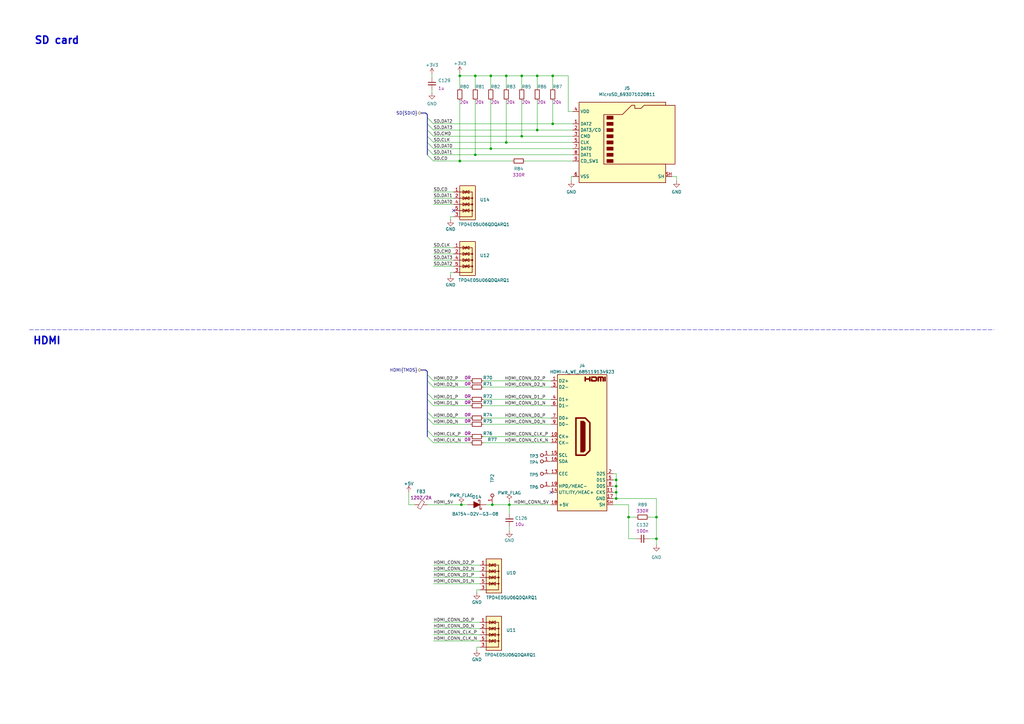
<source format=kicad_sch>
(kicad_sch (version 20211123) (generator eeschema)
  (paper "A3")
  (title_block (title "SO-DIMM DDR5 Tester") (date "2024-01-18") (rev "1.1.1") (comment 1 "www.antmicro.com") (comment 2 "Antmicro Ltd"))
  (lib_symbols
    (symbol "sodimm-ddr5-tester:+3V3" (power) (pin_names (offset 0))
      (property "Value" "+3V3" (at 0 3.556 0))
      (symbol "+3V3_0_1"
        (polyline (pts (xy -0.762 1.27) (xy 0 2.54)))
        (polyline (pts (xy 0 0) (xy 0 2.54)))
        (polyline (pts (xy 0 2.54) (xy 0.762 1.27)))
      )
      (symbol "+3V3_1_1"
        (pin power_in line (at 0 0 90) (length 0) hide (name "+3V3") (number "1"))
      )
    )
    (symbol "sodimm-ddr5-tester:+5V" (power) (pin_names (offset 0))
      (property "Value" "+5V" (at 0 3.556 0))
      (symbol "+5V_0_1"
        (polyline (pts (xy -0.762 1.27) (xy 0 2.54)))
        (polyline (pts (xy 0 0) (xy 0 2.54)))
        (polyline (pts (xy 0 2.54) (xy 0.762 1.27)))
      )
      (symbol "+5V_1_1"
        (pin power_in line (at 0 0 90) (length 0) hide (name "+5V") (number "1"))
      )
    )
    (symbol "sodimm-ddr5-tester:BAT54-02V-G3-08" (pin_numbers hide) (pin_names hide)
      (property "Reference" "D" (at 21.59 -5.08 0))
      (property "Value" "BAT54-02V-G3-08" (at 21.59 -7.62 0))
      (symbol "BAT54-02V-G3-08_1_1"
        (polyline (pts (xy 5.08 1.27) (xy 5.08 -1.27)) (stroke (width 0.254)))
        (polyline (pts (xy 2.54 1.27) (xy 2.54 -1.27) (xy 5.08 0) (xy 2.54 1.27)) (stroke (width 0.254)) (fill (type outline)))
        (polyline (pts (xy 5.08 -1.27) (xy 5.08 -1.905) (xy 5.715 -1.905) (xy 5.715 -1.27)) (stroke (width 0.254)))
        (polyline (pts (xy 5.08 1.27) (xy 5.08 1.905) (xy 4.445 1.905) (xy 4.445 1.27)) (stroke (width 0.254)))
        (pin passive line (at 7.62 0 180) (length 2.54) (name "1") (number "1"))
        (pin passive line (at 0 0 0) (length 2.54) (name "2") (number "2"))
      )
    )
    (symbol "sodimm-ddr5-tester:C_100n_0402" (pin_numbers hide) (pin_names hide)
      (property "Reference" "C" (at 20.32 -5.08 0))
      (property "Val" "100n" (at 20.32 -7.62 0))
      (symbol "C_100n_0402_0_1"
        (polyline (pts (xy 2.032 -1.524) (xy 2.032 1.524)) (stroke (width 0.3048)))
        (polyline (pts (xy 3.048 -1.524) (xy 3.048 1.524)) (stroke (width 0.3302)))
      )
      (symbol "C_100n_0402_1_1"
        (pin passive line (at 0 0 0) (length 2.032) (name "~") (number "1"))
        (pin passive line (at 5.08 0 180) (length 2.032) (name "~") (number "2"))
      )
    )
    (symbol "sodimm-ddr5-tester:C_10u_6.3V_0402" (pin_numbers hide) (pin_names hide)
      (property "Reference" "C" (at 20.32 -5.08 0))
      (property "Val" "10u" (at 20.32 -7.62 0))
      (symbol "C_10u_6.3V_0402_0_1"
        (polyline (pts (xy 2.032 -1.524) (xy 2.032 1.524)) (stroke (width 0.3048)))
        (polyline (pts (xy 3.048 -1.524) (xy 3.048 1.524)) (stroke (width 0.3302)))
      )
      (symbol "C_10u_6.3V_0402_1_1"
        (pin passive line (at 0 0 0) (length 2.032) (name "~") (number "1"))
        (pin passive line (at 5.08 0 180) (length 2.032) (name "~") (number "2"))
      )
    )
    (symbol "sodimm-ddr5-tester:C_1u_0402" (pin_numbers hide) (pin_names hide)
      (property "Reference" "C" (at 20.32 -5.08 0))
      (property "Val" "1u" (at 20.32 -7.62 0))
      (symbol "C_1u_0402_0_1"
        (polyline (pts (xy 2.032 -1.524) (xy 2.032 1.524)) (stroke (width 0.3048)))
        (polyline (pts (xy 3.048 -1.524) (xy 3.048 1.524)) (stroke (width 0.3302)))
      )
      (symbol "C_1u_0402_1_1"
        (pin passive line (at 0 0 0) (length 2.032) (name "~") (number "1"))
        (pin passive line (at 5.08 0 180) (length 2.032) (name "~") (number "2"))
      )
    )
    (symbol "sodimm-ddr5-tester:FB_120Z_2A_Murata-BLM18PG_0603" (pin_numbers hide) (pin_names hide)
      (property "Reference" "FB" (at 15.24 0 0))
      (property "Val" "120Z/2A" (at 15.24 -5.08 0))
      (symbol "FB_120Z_2A_Murata-BLM18PG_0603_0_1"
        (polyline (pts (xy 1.651 0) (xy 1.2446 0)))
        (polyline (pts (xy 3.81 0) (xy 3.3274 0)))
        (polyline (pts (xy 2.2606 -1.8288) (xy 1.0414 -1.1176) (xy 2.7432 1.8288) (xy 3.9624 1.1176) (xy 2.2606 -1.8288)))
      )
      (symbol "FB_120Z_2A_Murata-BLM18PG_0603_1_1"
        (pin passive line (at 0 0 0) (length 1.27) (name "~") (number "1"))
        (pin passive line (at 5.08 0 180) (length 1.27) (name "~") (number "2"))
      )
    )
    (symbol "sodimm-ddr5-tester:GND" (power) (pin_numbers hide) (pin_names hide)
      (property "Value" "GND" (at 8.89 -5.08 0))
      (symbol "GND_1_1"
        (polyline (pts (xy 0 0) (xy 0 -1.27) (xy 1.27 -1.27) (xy 0 -2.54) (xy -1.27 -1.27) (xy 0 -1.27)))
        (pin power_in line (at 0 0 270) (length 0) (name "GND") (number "1"))
      )
    )
    (symbol "sodimm-ddr5-tester:HDMI-A_WE_685119134923"
      (property "Reference" "J" (at 35.56 -2.54 0))
      (property "Value" "HDMI-A_WE_685119134923" (at 35.56 -5.08 0))
      (symbol "HDMI-A_WE_685119134923_0_0"
        (polyline (pts (xy 22.098 0) (xy 22.098 1.524)) (stroke (width 0.635)))
        (polyline (pts (xy 13.97 0) (xy 13.97 1.524) (xy 13.97 0.762) (xy 15.875 0.762) (xy 15.875 1.524) (xy 15.875 0)) (stroke (width 0.635)))
        (polyline (pts (xy 16.637 1.524) (xy 18.288 1.524) (xy 18.542 1.27) (xy 18.542 0.254) (xy 18.288 0) (xy 16.637 0) (xy 16.637 0.762)) (stroke (width 0.635)))
      )
      (symbol "HDMI-A_WE_685119134923_0_1"
        (polyline (pts (xy 10.16 -15.24) (xy 13.97 -15.24) (xy 15.875 -17.145) (xy 15.875 -28.575) (xy 13.97 -30.48) (xy 10.16 -30.48) (xy 10.16 -15.24)) (stroke (width 0.635)))
        (polyline (pts (xy 12.065 -16.51) (xy 13.335 -16.51) (xy 13.97 -17.145) (xy 13.97 -28.575) (xy 13.335 -29.21) (xy 12.065 -29.21) (xy 12.065 -16.51)) (stroke (width 0.254)) (fill (type outline)))
        (polyline (pts (xy 19.304 0) (xy 19.304 1.524) (xy 20.32 1.524) (xy 20.32 0) (xy 20.32 1.524) (xy 21.082 1.524) (xy 21.336 1.27) (xy 21.336 0)) (stroke (width 0.635)))
      )
      (symbol "HDMI-A_WE_685119134923_1_1"
        (rectangle (start 2.54 2.54) (end 22.86 -53.34) (stroke (width 0.254)) (fill (type background)))
        (pin bidirectional line (at 0 0 0) (length 2.54) (name "D2+") (number "1"))
        (pin bidirectional line (at 0 -22.86 0) (length 2.54) (name "CK+") (number "10"))
        (pin passive line (at 25.4 -45.72 180) (length 2.54) (name "CKS") (number "11"))
        (pin bidirectional line (at 0 -25.4 0) (length 2.54) (name "CK-") (number "12"))
        (pin bidirectional line (at 0 -38.1 0) (length 2.54) (name "CEC") (number "13"))
        (pin bidirectional line (at 0 -45.72 0) (length 2.54) (name "UTILITY/HEAC+") (number "14"))
        (pin bidirectional line (at 0 -30.48 0) (length 2.54) (name "SCL") (number "15"))
        (pin bidirectional line (at 0 -33.02 0) (length 2.54) (name "SDA") (number "16"))
        (pin power_in line (at 25.4 -48.26 180) (length 2.54) (name "GND") (number "17"))
        (pin power_in line (at 0 -50.8 0) (length 2.54) (name "+5V") (number "18"))
        (pin bidirectional line (at 0 -43.18 0) (length 2.54) (name "HPD/HEAC-") (number "19"))
        (pin passive line (at 25.4 -38.1 180) (length 2.54) (name "D2S") (number "2"))
        (pin bidirectional line (at 0 -2.54 0) (length 2.54) (name "D2-") (number "3"))
        (pin bidirectional line (at 0 -7.62 0) (length 2.54) (name "D1+") (number "4"))
        (pin passive line (at 25.4 -40.64 180) (length 2.54) (name "D1S") (number "5"))
        (pin bidirectional line (at 0 -10.16 0) (length 2.54) (name "D1-") (number "6"))
        (pin bidirectional line (at 0 -15.24 0) (length 2.54) (name "D0+") (number "7"))
        (pin passive line (at 25.4 -43.18 180) (length 2.54) (name "D0S") (number "8"))
        (pin bidirectional line (at 0 -17.78 0) (length 2.54) (name "D0-") (number "9"))
        (pin passive line (at 25.4 -50.8 180) (length 2.54) (name "SH") (number "SH"))
      )
    )
    (symbol "sodimm-ddr5-tester:MicroSD_693071020811"
      (property "Reference" "J" (at 55.88 -2.54 0))
      (property "Value" "MicroSD_693071020811" (at 55.88 -5.08 0))
      (symbol "MicroSD_693071020811_1_1"
        (polyline (pts (xy 38.1 2.54) (xy 38.1 3.81) (xy 2.54 3.81) (xy 2.54 -29.21) (xy 38.1 -29.21) (xy 38.1 -21.59)) (stroke (width 0.254)) (fill (type background)))
        (polyline (pts (xy 12.7 -21.59) (xy 12.7 -1.27) (xy 20.32 -1.27) (xy 24.13 2.54) (xy 25.4 2.54) (xy 25.4 1.27) (xy 27.94 1.27) (xy 29.21 2.54) (xy 41.91 2.54) (xy 41.91 -21.59) (xy 12.7 -21.59)) (stroke (width 0.254)) (fill (type background)))
        (rectangle (start 13.97 -19.685) (end 16.51 -20.955) (stroke (width 0.254)) (fill (type outline)))
        (rectangle (start 13.97 -17.145) (end 16.51 -18.415) (stroke (width 0.254)) (fill (type outline)))
        (rectangle (start 13.97 -14.605) (end 16.51 -15.875) (stroke (width 0.254)) (fill (type outline)))
        (rectangle (start 13.97 -12.065) (end 16.51 -13.335) (stroke (width 0.254)) (fill (type outline)))
        (rectangle (start 13.97 -9.525) (end 16.51 -10.795) (stroke (width 0.254)) (fill (type outline)))
        (rectangle (start 13.97 -6.985) (end 16.51 -8.255) (stroke (width 0.254)) (fill (type outline)))
        (rectangle (start 13.97 -4.445) (end 16.51 -5.715) (stroke (width 0.254)) (fill (type outline)))
        (rectangle (start 13.97 -1.905) (end 16.51 -3.175) (stroke (width 0.254)) (fill (type outline)))
        (pin bidirectional line (at 0 -5.08 0) (length 2.54) (name "DAT2") (number "1"))
        (pin bidirectional line (at 0 -7.62 0) (length 2.54) (name "DAT3/CD") (number "2"))
        (pin input line (at 0 -10.16 0) (length 2.54) (name "CMD") (number "3"))
        (pin power_in line (at 0 0 0) (length 2.54) (name "VDD") (number "4"))
        (pin input line (at 0 -12.7 0) (length 2.54) (name "CLK") (number "5"))
        (pin passive line (at 0 -26.67 0) (length 2.54) (name "VSS") (number "6"))
        (pin input line (at 0 -15.24 0) (length 2.54) (name "DAT0") (number "7"))
        (pin input line (at 0 -17.78 0) (length 2.54) (name "DAT1") (number "8"))
        (pin passive line (at 0 -20.32 0) (length 2.54) (name "CD_SW1") (number "9"))
        (pin passive line (at 40.64 -26.67 180) (length 2.54) (name "SH") (number "SH"))
      )
    )
    (symbol "sodimm-ddr5-tester:PWR_FLAG" (power) (pin_numbers hide) (pin_names (offset 0) hide)
      (property "Value" "PWR_FLAG" (at 0 3.81 0))
      (symbol "PWR_FLAG_0_0"
        (pin power_out line (at 0 0 90) (length 0) (name "pwr") (number "1"))
      )
      (symbol "PWR_FLAG_0_1"
        (polyline (pts (xy 0 0) (xy 0 1.27) (xy -1.016 1.905) (xy 0 2.54) (xy 1.016 1.905) (xy 0 1.27)))
      )
    )
    (symbol "sodimm-ddr5-tester:R_0R_0402" (pin_numbers hide) (pin_names hide)
      (property "Reference" "R" (at 20.32 -5.08 0))
      (property "Val" "0R" (at 20.32 -7.62 0))
      (symbol "R_0R_0402_0_1"
        (rectangle (start 0.635 0.889) (end 4.445 -0.889) (stroke (width 0.254)))
      )
      (symbol "R_0R_0402_1_1"
        (pin passive line (at 0 0 0) (length 0.635) (name "~") (number "1"))
        (pin passive line (at 5.08 0 180) (length 0.635) (name "~") (number "2"))
      )
    )
    (symbol "sodimm-ddr5-tester:R_20k_0402" (pin_numbers hide) (pin_names hide)
      (property "Reference" "R" (at 20.32 -5.08 0))
      (property "Val" "20k" (at 20.32 -7.62 0))
      (symbol "R_20k_0402_0_1"
        (rectangle (start 0.635 0.889) (end 4.445 -0.889) (stroke (width 0.254)))
      )
      (symbol "R_20k_0402_1_1"
        (pin passive line (at 0 0 0) (length 0.635) (name "~") (number "1"))
        (pin passive line (at 5.08 0 180) (length 0.635) (name "~") (number "2"))
      )
    )
    (symbol "sodimm-ddr5-tester:R_330R_0402" (pin_numbers hide) (pin_names hide)
      (property "Reference" "R" (at 20.32 -5.08 0))
      (property "Val" "330R" (at 20.32 -7.62 0))
      (symbol "R_330R_0402_0_1"
        (rectangle (start 0.635 0.889) (end 4.445 -0.889) (stroke (width 0.254)))
      )
      (symbol "R_330R_0402_1_1"
        (pin passive line (at 0 0 0) (length 0.635) (name "~") (number "1"))
        (pin passive line (at 5.08 0 180) (length 0.635) (name "~") (number "2"))
      )
    )
    (symbol "sodimm-ddr5-tester:TPD4E05U06QDQARQ1"
      (property "Reference" "U" (at 24.13 0 0))
      (property "Value" "TPD4E05U06QDQARQ1" (at 24.13 -2.54 0))
      (symbol "TPD4E05U06QDQARQ1_1_1"
        (polyline (pts (xy 2.54 -7.62) (xy 7.62 -7.62)) (stroke (width 0.254)) (fill (type background)))
        (polyline (pts (xy 2.54 -5.08) (xy 7.62 -5.08)) (stroke (width 0.254)) (fill (type background)))
        (polyline (pts (xy 2.54 -2.54) (xy 7.62 -2.54)) (stroke (width 0.254)) (fill (type background)))
        (polyline (pts (xy 2.54 0) (xy 7.62 0)) (stroke (width 0.254)) (fill (type background)))
        (polyline (pts (xy 7.62 -10.16) (xy 2.54 -10.16)) (stroke (width 0.254)) (fill (type background)))
        (polyline (pts (xy 7.62 0) (xy 7.62 -10.16)) (stroke (width 0.254)) (fill (type background)))
        (polyline (pts (xy 4.826 -8.255) (xy 5.08 -8.001) (xy 5.08 -7.239) (xy 5.334 -6.985)) (stroke (width 0.254)) (fill (type background)))
        (polyline (pts (xy 4.826 -5.715) (xy 5.08 -5.461) (xy 5.08 -4.699) (xy 5.334 -4.445)) (stroke (width 0.254)) (fill (type background)))
        (polyline (pts (xy 4.826 -3.175) (xy 5.08 -2.921) (xy 5.08 -2.159) (xy 5.334 -1.905)) (stroke (width 0.254)) (fill (type background)))
        (polyline (pts (xy 4.826 -0.635) (xy 5.08 -0.381) (xy 5.08 0.381) (xy 5.334 0.635)) (stroke (width 0.254)) (fill (type background)))
        (polyline (pts (xy 5.08 -7.62) (xy 3.81 -8.255) (xy 3.81 -6.985) (xy 5.08 -7.62)) (stroke (width 0.254)) (fill (type background)))
        (polyline (pts (xy 5.08 -5.08) (xy 3.81 -5.715) (xy 3.81 -4.445) (xy 5.08 -5.08)) (stroke (width 0.254)) (fill (type background)))
        (polyline (pts (xy 5.08 -5.08) (xy 6.35 -4.445) (xy 6.35 -5.715) (xy 5.08 -5.08)) (stroke (width 0.254)) (fill (type background)))
        (polyline (pts (xy 5.08 -2.54) (xy 3.81 -3.175) (xy 3.81 -1.905) (xy 5.08 -2.54)) (stroke (width 0.254)) (fill (type background)))
        (polyline (pts (xy 5.08 -2.54) (xy 6.35 -3.175) (xy 6.35 -1.905) (xy 5.08 -2.54)) (stroke (width 0.254)) (fill (type background)))
        (polyline (pts (xy 5.08 0) (xy 3.81 -0.635) (xy 3.81 0.635) (xy 5.08 0)) (stroke (width 0.254)) (fill (type background)))
        (polyline (pts (xy 5.08 0) (xy 6.35 -0.635) (xy 6.35 0.635) (xy 5.08 0)) (stroke (width 0.254)) (fill (type background)))
        (polyline (pts (xy 6.35 -6.985) (xy 6.35 -8.255) (xy 5.08 -7.62) (xy 6.35 -6.985)) (stroke (width 0.254)) (fill (type background)))
        (rectangle (start 2.54 2.54) (end 8.89 -11.43) (stroke (width 0.254)) (fill (type background)))
        (circle (center 7.62 -7.62) (radius 0.254) (stroke (width 0.254)) (fill (type background)))
        (circle (center 7.62 -5.08) (radius 0.254) (stroke (width 0.254)) (fill (type background)))
        (circle (center 7.62 -5.08) (radius 0.254) (stroke (width 0.254)) (fill (type background)))
        (circle (center 7.62 -2.54) (radius 0.254) (stroke (width 0.254)) (fill (type background)))
        (pin passive line (at 0 0 0) (length 2.54) (name "~") (number "1"))
        (pin passive line (at 0 0 0) (length 2.54) hide (name "~") (number "10"))
        (pin passive line (at 0 -2.54 0) (length 2.54) (name "~") (number "2"))
        (pin power_in line (at 0 -10.16 0) (length 2.54) (name "~") (number "3"))
        (pin passive line (at 0 -5.08 0) (length 2.54) (name "~") (number "4"))
        (pin passive line (at 0 -7.62 0) (length 2.54) (name "~") (number "5"))
        (pin passive line (at 0 -7.62 0) (length 2.54) hide (name "~") (number "6"))
        (pin passive line (at 0 -5.08 0) (length 2.54) hide (name "~") (number "7"))
        (pin passive line (at 0 -10.16 0) (length 2.54) hide (name "~") (number "8"))
        (pin passive line (at 0 -2.54 0) (length 2.54) hide (name "~") (number "9"))
      )
    )
    (symbol "sodimm-ddr5-tester:TP_1mm_SMD" (pin_names hide) (in_bom no)
      (property "Reference" "TP" (at 15.24 -5.08 0))
      (symbol "TP_1mm_SMD_1_1"
        (circle (center 3.175 0) (radius 0.635) (stroke (width 0.254)))
        (pin passive line (at 0 0 0) (length 2.54) (name "1") (number "1"))
      )
    )
  )
  (junction (at 252.73 196.85))
  (junction (at 188.595 31.115))
  (junction (at 207.645 31.115))
  (junction (at 189.23 207.01))
  (junction (at 226.695 31.115))
  (junction (at 201.295 60.96))
  (junction (at 269.24 212.09))
  (junction (at 201.93 207.01))
  (junction (at 252.73 199.39))
  (junction (at 194.945 31.115))
  (junction (at 220.345 31.115))
  (junction (at 220.345 53.34))
  (junction (at 188.595 66.04))
  (junction (at 252.73 204.47))
  (junction (at 226.695 50.8))
  (junction (at 207.645 58.42))
  (junction (at 194.945 63.5))
  (junction (at 208.915 207.01))
  (junction (at 213.995 55.88))
  (junction (at 252.73 201.93))
  (junction (at 201.295 31.115))
  (junction (at 213.995 31.115))
  (junction (at 257.81 212.09))
  (junction (at 269.24 220.98))
  (no_connect (at 226.06 201.93))
  (no_connect (at 186.055 86.36))
  (bus_entry (at 177.8 53.34) (size -2.54 -2.54))
  (bus_entry (at 177.8 66.04) (size -2.54 -2.54))
  (bus_entry (at 177.8 173.99) (size -2.54 -2.54))
  (bus_entry (at 177.8 179.07) (size -2.54 -2.54))
  (bus_entry (at 177.8 181.61) (size -2.54 -2.54))
  (bus_entry (at 177.8 50.8) (size -2.54 -2.54))
  (bus_entry (at 177.8 63.5) (size -2.54 -2.54))
  (bus_entry (at 177.8 158.75) (size -2.54 -2.54))
  (bus_entry (at 177.8 171.45) (size -2.54 -2.54))
  (bus_entry (at 177.8 156.21) (size -2.54 -2.54))
  (bus_entry (at 177.8 166.37) (size -2.54 -2.54))
  (bus_entry (at 177.8 163.83) (size -2.54 -2.54))
  (bus_entry (at 177.8 58.42) (size -2.54 -2.54))
  (bus_entry (at 177.8 55.88) (size -2.54 -2.54))
  (bus_entry (at 177.8 60.96) (size -2.54 -2.54))
  (wire (pts (xy 208.915 207.01) (xy 208.915 210.82)))
  (wire (pts (xy 193.04 158.75) (xy 177.8 158.75)))
  (wire (pts (xy 195.58 241.935) (xy 195.58 243.205)))
  (wire (pts (xy 188.595 29.845) (xy 188.595 31.115)))
  (wire (pts (xy 233.045 45.72) (xy 234.95 45.72)))
  (bus (pts (xy 175.26 171.45) (xy 175.26 176.53)))
  (wire (pts (xy 198.12 156.21) (xy 226.06 156.21)))
  (wire (pts (xy 226.695 50.8) (xy 234.95 50.8)))
  (wire (pts (xy 251.46 199.39) (xy 252.73 199.39)))
  (wire (pts (xy 251.46 201.93) (xy 252.73 201.93)))
  (wire (pts (xy 193.04 171.45) (xy 177.8 171.45)))
  (wire (pts (xy 201.295 36.195) (xy 201.295 31.115)))
  (wire (pts (xy 188.595 66.04) (xy 210.185 66.04)))
  (wire (pts (xy 188.595 41.275) (xy 188.595 66.04)))
  (wire (pts (xy 207.645 41.275) (xy 207.645 58.42)))
  (bus (pts (xy 175.26 152.4) (xy 175.26 153.67)))
  (wire (pts (xy 177.8 55.88) (xy 213.995 55.88)))
  (wire (pts (xy 252.73 196.85) (xy 252.73 199.39)))
  (wire (pts (xy 193.04 181.61) (xy 177.8 181.61)))
  (wire (pts (xy 198.12 179.07) (xy 226.06 179.07)))
  (bus (pts (xy 175.26 48.26) (xy 175.26 50.8)))
  (bus (pts (xy 175.26 55.88) (xy 175.26 58.42)))
  (wire (pts (xy 177.165 36.83) (xy 177.165 38.1)))
  (wire (pts (xy 177.8 106.68) (xy 186.055 106.68)))
  (wire (pts (xy 213.995 55.88) (xy 234.95 55.88)))
  (bus (pts (xy 175.26 168.91) (xy 175.26 171.45)))
  (bus (pts (xy 175.26 58.42) (xy 175.26 60.96)))
  (wire (pts (xy 201.295 41.275) (xy 201.295 60.96)))
  (wire (pts (xy 207.645 58.42) (xy 234.95 58.42)))
  (wire (pts (xy 198.12 181.61) (xy 226.06 181.61)))
  (wire (pts (xy 186.055 111.76) (xy 184.785 111.76)))
  (wire (pts (xy 234.95 66.04) (xy 215.265 66.04)))
  (wire (pts (xy 177.8 262.89) (xy 196.85 262.89)))
  (wire (pts (xy 196.85 265.43) (xy 195.58 265.43)))
  (wire (pts (xy 177.8 60.96) (xy 201.295 60.96)))
  (wire (pts (xy 177.8 104.14) (xy 186.055 104.14)))
  (wire (pts (xy 251.46 194.31) (xy 252.73 194.31)))
  (wire (pts (xy 213.995 41.275) (xy 213.995 55.88)))
  (wire (pts (xy 201.93 206.375) (xy 201.93 207.01)))
  (wire (pts (xy 193.04 179.07) (xy 177.8 179.07)))
  (wire (pts (xy 177.8 81.28) (xy 186.055 81.28)))
  (wire (pts (xy 220.345 36.195) (xy 220.345 31.115)))
  (bus (pts (xy 175.26 163.83) (xy 175.26 168.91)))
  (wire (pts (xy 177.8 236.855) (xy 196.85 236.855)))
  (wire (pts (xy 177.8 255.27) (xy 196.85 255.27)))
  (wire (pts (xy 213.995 36.195) (xy 213.995 31.115)))
  (wire (pts (xy 193.04 166.37) (xy 177.8 166.37)))
  (polyline (pts (xy 12.065 135.255) (xy 407.67 135.255)))
  (wire (pts (xy 198.12 173.99) (xy 226.06 173.99)))
  (wire (pts (xy 167.64 201.93) (xy 167.64 207.01)))
  (wire (pts (xy 234.315 72.39) (xy 234.95 72.39)))
  (bus (pts (xy 172.72 46.355) (xy 174.625 46.355)))
  (wire (pts (xy 195.58 265.43) (xy 195.58 266.7)))
  (wire (pts (xy 251.46 196.85) (xy 252.73 196.85)))
  (wire (pts (xy 257.81 212.09) (xy 260.985 212.09)))
  (wire (pts (xy 199.39 207.01) (xy 201.93 207.01)))
  (bus (pts (xy 175.26 156.21) (xy 175.26 161.29)))
  (wire (pts (xy 177.8 260.35) (xy 196.85 260.35)))
  (wire (pts (xy 269.24 204.47) (xy 269.24 212.09)))
  (wire (pts (xy 188.595 31.115) (xy 194.945 31.115)))
  (wire (pts (xy 226.695 41.275) (xy 226.695 50.8)))
  (wire (pts (xy 251.46 204.47) (xy 252.73 204.47)))
  (wire (pts (xy 201.295 60.96) (xy 234.95 60.96)))
  (wire (pts (xy 198.12 171.45) (xy 226.06 171.45)))
  (wire (pts (xy 198.12 158.75) (xy 226.06 158.75)))
  (wire (pts (xy 177.8 78.74) (xy 186.055 78.74)))
  (wire (pts (xy 177.165 31.75) (xy 177.165 30.48)))
  (wire (pts (xy 260.985 220.98) (xy 257.81 220.98)))
  (wire (pts (xy 188.595 31.115) (xy 188.595 36.195)))
  (wire (pts (xy 207.645 36.195) (xy 207.645 31.115)))
  (wire (pts (xy 177.8 231.775) (xy 196.85 231.775)))
  (bus (pts (xy 175.26 176.53) (xy 175.26 179.07)))
  (wire (pts (xy 175.26 207.01) (xy 189.23 207.01)))
  (wire (pts (xy 269.24 220.98) (xy 266.065 220.98)))
  (wire (pts (xy 177.8 257.81) (xy 196.85 257.81)))
  (wire (pts (xy 269.24 220.98) (xy 269.24 223.52)))
  (wire (pts (xy 257.81 207.01) (xy 257.81 212.09)))
  (wire (pts (xy 277.495 72.39) (xy 275.59 72.39)))
  (wire (pts (xy 201.93 207.01) (xy 208.915 207.01)))
  (wire (pts (xy 177.8 50.8) (xy 226.695 50.8)))
  (wire (pts (xy 194.945 36.195) (xy 194.945 31.115)))
  (wire (pts (xy 177.8 83.82) (xy 186.055 83.82)))
  (wire (pts (xy 269.24 204.47) (xy 252.73 204.47)))
  (wire (pts (xy 167.64 207.01) (xy 170.18 207.01)))
  (wire (pts (xy 257.81 220.98) (xy 257.81 212.09)))
  (wire (pts (xy 193.04 163.83) (xy 177.8 163.83)))
  (wire (pts (xy 225.425 186.69) (xy 226.06 186.69)))
  (wire (pts (xy 269.24 212.09) (xy 266.065 212.09)))
  (wire (pts (xy 277.495 74.295) (xy 277.495 72.39)))
  (wire (pts (xy 207.645 31.115) (xy 213.995 31.115)))
  (bus (pts (xy 174.625 151.765) (xy 175.26 152.4)))
  (wire (pts (xy 177.8 66.04) (xy 188.595 66.04)))
  (wire (pts (xy 193.04 156.21) (xy 177.8 156.21)))
  (wire (pts (xy 225.425 194.31) (xy 226.06 194.31)))
  (wire (pts (xy 186.055 88.9) (xy 184.785 88.9)))
  (wire (pts (xy 252.73 199.39) (xy 252.73 201.93)))
  (wire (pts (xy 193.04 173.99) (xy 177.8 173.99)))
  (wire (pts (xy 213.995 31.115) (xy 220.345 31.115)))
  (wire (pts (xy 177.8 239.395) (xy 196.85 239.395)))
  (wire (pts (xy 201.295 31.115) (xy 207.645 31.115)))
  (wire (pts (xy 220.345 31.115) (xy 226.695 31.115)))
  (wire (pts (xy 194.945 41.275) (xy 194.945 63.5)))
  (bus (pts (xy 175.26 60.96) (xy 175.26 63.5)))
  (wire (pts (xy 225.425 199.39) (xy 226.06 199.39)))
  (bus (pts (xy 175.26 53.34) (xy 175.26 55.88)))
  (wire (pts (xy 177.8 63.5) (xy 194.945 63.5)))
  (wire (pts (xy 177.8 53.34) (xy 220.345 53.34)))
  (wire (pts (xy 198.12 163.83) (xy 226.06 163.83)))
  (wire (pts (xy 269.24 220.98) (xy 269.24 212.09)))
  (wire (pts (xy 252.73 194.31) (xy 252.73 196.85)))
  (wire (pts (xy 184.785 88.9) (xy 184.785 90.17)))
  (wire (pts (xy 177.8 234.315) (xy 196.85 234.315)))
  (wire (pts (xy 252.73 201.93) (xy 252.73 204.47)))
  (wire (pts (xy 226.695 31.115) (xy 233.045 31.115)))
  (wire (pts (xy 177.8 58.42) (xy 207.645 58.42)))
  (wire (pts (xy 194.945 31.115) (xy 201.295 31.115)))
  (wire (pts (xy 196.85 241.935) (xy 195.58 241.935)))
  (wire (pts (xy 177.8 101.6) (xy 186.055 101.6)))
  (wire (pts (xy 208.915 205.74) (xy 208.915 207.01)))
  (wire (pts (xy 233.045 31.115) (xy 233.045 45.72)))
  (wire (pts (xy 184.785 111.76) (xy 184.785 113.03)))
  (bus (pts (xy 172.72 151.765) (xy 174.625 151.765)))
  (wire (pts (xy 220.345 41.275) (xy 220.345 53.34)))
  (wire (pts (xy 189.23 207.01) (xy 191.77 207.01)))
  (wire (pts (xy 225.425 189.23) (xy 226.06 189.23)))
  (wire (pts (xy 177.8 109.22) (xy 186.055 109.22)))
  (wire (pts (xy 234.315 74.295) (xy 234.315 72.39)))
  (bus (pts (xy 175.26 161.29) (xy 175.26 163.83)))
  (bus (pts (xy 174.625 46.355) (xy 175.26 46.99)))
  (wire (pts (xy 220.345 53.34) (xy 234.95 53.34)))
  (bus (pts (xy 175.26 153.67) (xy 175.26 156.21)))
  (wire (pts (xy 198.12 166.37) (xy 226.06 166.37)))
  (bus (pts (xy 175.26 50.8) (xy 175.26 53.34)))
  (wire (pts (xy 208.915 215.9) (xy 208.915 217.805)))
  (wire (pts (xy 194.945 63.5) (xy 234.95 63.5)))
  (wire (pts (xy 208.915 207.01) (xy 226.06 207.01)))
  (bus (pts (xy 175.26 46.99) (xy 175.26 48.26)))
  (wire (pts (xy 226.695 36.195) (xy 226.695 31.115)))
  (wire (pts (xy 251.46 207.01) (xy 257.81 207.01)))
  (text "HDMI" (at 13.335 141.605 0) (effects (font (size 2.9972 2.9972) (thickness 0.5994) bold) (justify left bottom)))
  (text "SD card" (at 13.97 18.415 0) (effects (font (size 2.9972 2.9972) (thickness 0.5994) bold) (justify left bottom)))
  (label "HDMI_CONN_D1_P" (at 207.01 163.83 0))
  (label "SD.DAT2" (at 177.8 109.22 0))
  (label "HDMI_CONN_D2_P" (at 207.01 156.21 0))
  (label "HDMI_CONN_D2_N" (at 177.8 234.315 0))
  (label "SD.DAT3" (at 177.8 53.34 0))
  (label "SD.CMD" (at 177.8 55.88 0))
  (label "SD.DAT2" (at 177.8 50.8 0))
  (label "SD.CD" (at 177.8 66.04 0))
  (label "HDMI_CONN_D0_N" (at 207.01 173.99 0))
  (label "SD.DAT0" (at 177.8 83.82 0))
  (label "HDMI_CONN_D1_N" (at 177.8 239.395 0))
  (label "SD.CD" (at 177.8 78.74 0))
  (label "SD.DAT1" (at 177.8 63.5 0))
  (label "SD.DAT0" (at 177.8 60.96 0))
  (label "HDMI.D2_N" (at 177.8 158.75 0))
  (label "HDMI_CONN_D0_P" (at 207.01 171.45 0))
  (label "SD.DAT1" (at 177.8 81.28 0))
  (label "HDMI.D0_P" (at 177.8 171.45 0))
  (label "HDMI_CONN_D0_P" (at 177.8 255.27 0))
  (label "HDMI.D2_P" (at 177.8 156.21 0))
  (label "HDMI.CLK_N" (at 177.8 181.61 0))
  (label "HDMI_CONN_CLK_N" (at 207.01 181.61 0))
  (label "HDMI_5V" (at 177.8 207.01 0))
  (label "HDMI.D1_N" (at 177.8 166.37 0))
  (label "HDMI_CONN_D2_N" (at 207.01 158.75 0))
  (label "HDMI.CLK_P" (at 177.8 179.07 0))
  (label "SD.CLK" (at 177.8 101.6 0))
  (label "HDMI_CONN_D0_N" (at 177.8 257.81 0))
  (label "HDMI_CONN_D1_P" (at 177.8 236.855 0))
  (label "SD.CLK" (at 177.8 58.42 0))
  (label "HDMI_CONN_CLK_P" (at 207.01 179.07 0))
  (label "HDMI_CONN_CLK_N" (at 177.8 262.89 0))
  (label "HDMI_CONN_D1_N" (at 207.01 166.37 0))
  (label "HDMI_CONN_CLK_P" (at 177.8 260.35 0))
  (label "SD.DAT3" (at 177.8 106.68 0))
  (label "HDMI.D0_N" (at 177.8 173.99 0))
  (label "HDMI.D1_P" (at 177.8 163.83 0))
  (label "HDMI_CONN_5V" (at 210.82 207.01 0))
  (label "SD.CMD" (at 177.8 104.14 0))
  (label "HDMI_CONN_D2_P" (at 177.8 231.775 0))
  (hierarchical_label "HDMI{TMDS}" (shape bidirectional) (at 172.72 151.765 180))
  (hierarchical_label "SD{SDIO}" (shape bidirectional) (at 172.72 46.355 180))
  (symbol (lib_id "sodimm-ddr5-tester:R_0R_0402") (at 193.04 179.07 0) (unit 1)
    (property "Reference" "R76" (at 198.12 177.8 0) (effects (justify left)))
    (property "Value" "R_0R_0402" (effects hide))
    (property "Footprint" "sodimm-ddr5-tester-footprints:R_0402_1005Metric" (effects hide))
    (property "Datasheet" "https://industrial.panasonic.com/cdbs/www-data/pdf/RDA0000/AOA0000C301.pdf" (effects hide))
    (property "Manufacturer" "Panasonic" (effects hide))
    (property "MPN" "ERJ2GE0R00X" (effects hide))
    (property "Val" "0R" (at 190.5 177.8 0) (effects (justify left)))
    (property "License" "Apache-2.0" (effects hide))
    (property "Author" "Antmicro" (effects hide))
    (property "Current" "1A" (effects hide))
  )
  (symbol (lib_id "sodimm-ddr5-tester:R_20k_0402") (at 220.345 36.195 270) (unit 1)
    (property "Reference" "R86" (at 220.345 35.56 90) (effects (justify left)))
    (property "Value" "R_20k_0402" (effects hide))
    (property "Footprint" "sodimm-ddr5-tester-footprints:R_0402_1005Metric" (effects hide))
    (property "Datasheet" "https://www.bourns.com/docs/product-datasheets/cr.pdf" (effects hide))
    (property "Manufacturer" "Bourns" (effects hide))
    (property "MPN" "CR0402-FX-2002GLF" (effects hide))
    (property "Val" "20k" (at 220.345 41.91 90) (effects (justify left)))
    (property "License" "Apache-2.0" (effects hide))
    (property "Author" "Antmicro" (effects hide))
    (property "Tolerance" "1%" (effects hide))
  )
  (symbol (lib_id "sodimm-ddr5-tester:GND") (at 234.315 74.295 0) (unit 1)
    (property "Reference" "#PWR0224" (effects hide))
    (property "Value" "GND" (at 234.315 78.74 0))
    (property "Author" "Antmicro" (effects hide))
    (property "License" "Apache-2.0" (effects hide))
  )
  (symbol (lib_id "sodimm-ddr5-tester:R_0R_0402") (at 193.04 171.45 0) (unit 1)
    (property "Reference" "R74" (at 198.12 170.18 0) (effects (justify left)))
    (property "Value" "R_0R_0402" (effects hide))
    (property "Footprint" "sodimm-ddr5-tester-footprints:R_0402_1005Metric" (effects hide))
    (property "Datasheet" "https://industrial.panasonic.com/cdbs/www-data/pdf/RDA0000/AOA0000C301.pdf" (effects hide))
    (property "Manufacturer" "Panasonic" (effects hide))
    (property "MPN" "ERJ2GE0R00X" (effects hide))
    (property "Val" "0R" (at 190.5 170.18 0) (effects (justify left)))
    (property "License" "Apache-2.0" (effects hide))
    (property "Author" "Antmicro" (effects hide))
    (property "Current" "1A" (effects hide))
  )
  (symbol (lib_id "sodimm-ddr5-tester:TPD4E05U06QDQARQ1") (at 196.85 255.27 0) (unit 1)
    (property "Reference" "U11" (at 207.645 258.4449 0) (effects (justify left)))
    (property "Value" "TPD4E05U06QDQARQ1" (at 198.755 268.605 0) (effects (justify left)))
    (property "Footprint" "sodimm-ddr5-tester-footprints:USON-10_2.5x1mm_P0.5mm" (effects hide))
    (property "Datasheet" "https://www.ti.com/lit/ds/symlink/tpd4e05u06-q1.pdf?HQS=dis-mous-null-mousermode-dsf-pf-null-wwe&ts=1663591265741&ref_url=https%253A%252F%252Fwww.mouser.pl%252F" (effects hide))
    (property "Manufacturer" "Texas Instruments" (effects hide))
    (property "MPN" "TPD4E05U06QDQARQ1" (effects hide))
    (property "Author" "Antmicro" (effects hide))
    (property "License" "Apache-2.0" (effects hide))
  )
  (symbol (lib_id "sodimm-ddr5-tester:HDMI-A_WE_685119134923") (at 226.06 156.21 0) (unit 1)
    (property "Reference" "J4" (at 238.76 149.985 0))
    (property "Value" "HDMI-A_WE_685119134923" (at 238.76 152.5087 0))
    (property "Footprint" "sodimm-ddr5-tester-footprints:HDMI-A_Receptacle_WE_685119134923" (effects hide))
    (property "Datasheet" "https://www.we-online.com/components/products/datasheet/685119134923.pdf" (effects hide))
    (property "MPN" "685119134923" (effects hide))
    (property "Manufacturer" "Würth Elektronik" (effects hide))
    (property "Author" "Antmicro" (effects hide))
    (property "License" "Apache-2.0" (effects hide))
  )
  (symbol (lib_id "sodimm-ddr5-tester:R_0R_0402") (at 193.04 166.37 0) (unit 1)
    (property "Reference" "R73" (at 198.12 165.1 0) (effects (justify left)))
    (property "Value" "R_0R_0402" (effects hide))
    (property "Footprint" "sodimm-ddr5-tester-footprints:R_0402_1005Metric" (effects hide))
    (property "Datasheet" "https://industrial.panasonic.com/cdbs/www-data/pdf/RDA0000/AOA0000C301.pdf" (effects hide))
    (property "Manufacturer" "Panasonic" (effects hide))
    (property "MPN" "ERJ2GE0R00X" (effects hide))
    (property "Val" "0R" (at 190.5 165.1 0) (effects (justify left)))
    (property "License" "Apache-2.0" (effects hide))
    (property "Author" "Antmicro" (effects hide))
    (property "Current" "1A" (effects hide))
  )
  (symbol (lib_id "sodimm-ddr5-tester:GND") (at 177.165 38.1 0) (unit 1)
    (property "Reference" "#PWR0217" (effects hide))
    (property "Value" "GND" (at 177.165 42.545 0))
    (property "Author" "Antmicro" (effects hide))
    (property "License" "Apache-2.0" (effects hide))
  )
  (symbol (lib_id "sodimm-ddr5-tester:TP_1mm_SMD") (at 201.93 206.375 90) (unit 1)
    (property "Reference" "TP2" (at 201.93 194.31 0) (effects (justify right)))
    (property "Value" "TP_1mm_SMD" (effects hide))
    (property "Footprint" "sodimm-ddr5-tester-footprints:TP_SMD_1mm" (effects hide))
    (property "Author" "Antmicro" (effects hide))
    (property "License" "Apache-2.0" (effects hide))
  )
  (symbol (lib_id "sodimm-ddr5-tester:R_20k_0402") (at 201.295 36.195 270) (unit 1)
    (property "Reference" "R82" (at 201.295 35.56 90) (effects (justify left)))
    (property "Value" "R_20k_0402" (effects hide))
    (property "Footprint" "sodimm-ddr5-tester-footprints:R_0402_1005Metric" (effects hide))
    (property "Datasheet" "https://www.bourns.com/docs/product-datasheets/cr.pdf" (effects hide))
    (property "Manufacturer" "Bourns" (effects hide))
    (property "MPN" "CR0402-FX-2002GLF" (effects hide))
    (property "Val" "20k" (at 201.295 41.91 90) (effects (justify left)))
    (property "License" "Apache-2.0" (effects hide))
    (property "Author" "Antmicro" (effects hide))
    (property "Tolerance" "1%" (effects hide))
  )
  (symbol (lib_id "sodimm-ddr5-tester:R_0R_0402") (at 193.04 163.83 0) (unit 1)
    (property "Reference" "R72" (at 198.12 162.56 0) (effects (justify left)))
    (property "Value" "R_0R_0402" (effects hide))
    (property "Footprint" "sodimm-ddr5-tester-footprints:R_0402_1005Metric" (effects hide))
    (property "Datasheet" "https://industrial.panasonic.com/cdbs/www-data/pdf/RDA0000/AOA0000C301.pdf" (effects hide))
    (property "Manufacturer" "Panasonic" (effects hide))
    (property "MPN" "ERJ2GE0R00X" (effects hide))
    (property "Val" "0R" (at 190.5 162.56 0) (effects (justify left)))
    (property "License" "Apache-2.0" (effects hide))
    (property "Author" "Antmicro" (effects hide))
    (property "Current" "1A" (effects hide))
  )
  (symbol (lib_id "sodimm-ddr5-tester:R_20k_0402") (at 188.595 36.195 270) (unit 1)
    (property "Reference" "R80" (at 188.595 35.56 90) (effects (justify left)))
    (property "Value" "R_20k_0402" (effects hide))
    (property "Footprint" "sodimm-ddr5-tester-footprints:R_0402_1005Metric" (effects hide))
    (property "Datasheet" "https://www.bourns.com/docs/product-datasheets/cr.pdf" (effects hide))
    (property "Manufacturer" "Bourns" (effects hide))
    (property "MPN" "CR0402-FX-2002GLF" (effects hide))
    (property "Val" "20k" (at 188.595 41.91 90) (effects (justify left)))
    (property "License" "Apache-2.0" (effects hide))
    (property "Author" "Antmicro" (effects hide))
    (property "Tolerance" "1%" (effects hide))
  )
  (symbol (lib_id "sodimm-ddr5-tester:GND") (at 195.58 243.205 0) (unit 1)
    (property "Reference" "#PWR0219" (effects hide))
    (property "Value" "GND" (at 195.58 247.015 0))
    (property "Author" "Antmicro" (effects hide))
    (property "License" "Apache-2.0" (effects hide))
  )
  (symbol (lib_id "sodimm-ddr5-tester:R_0R_0402") (at 193.04 181.61 0) (unit 1)
    (property "Reference" "R77" (at 201.93 180.34 0))
    (property "Value" "R_0R_0402" (effects hide))
    (property "Footprint" "sodimm-ddr5-tester-footprints:R_0402_1005Metric" (effects hide))
    (property "Datasheet" "https://industrial.panasonic.com/cdbs/www-data/pdf/RDA0000/AOA0000C301.pdf" (effects hide))
    (property "Manufacturer" "Panasonic" (effects hide))
    (property "MPN" "ERJ2GE0R00X" (effects hide))
    (property "Val" "0R" (at 191.77 180.34 0))
    (property "License" "Apache-2.0" (effects hide))
    (property "Author" "Antmicro" (effects hide))
    (property "Current" "1A" (effects hide))
  )
  (symbol (lib_id "sodimm-ddr5-tester:C_1u_0402") (at 177.165 31.75 270) (unit 1)
    (property "Reference" "C129" (at 179.705 33.0263 90) (effects (justify left)))
    (property "Value" "C_1u_0402" (effects hide))
    (property "Footprint" "sodimm-ddr5-tester-footprints:C_0402_1005Metric" (effects hide))
    (property "Datasheet" " " (effects hide))
    (property "Manufacturer" "TDK" (effects hide))
    (property "MPN" "C1005X6S1A105K050BC" (effects hide))
    (property "Val" "1u" (at 179.705 36.2012 90) (effects (justify left)))
    (property "License" "Apache-2.0" (effects hide))
    (property "Author" "Antmicro" (effects hide))
  )
  (symbol (lib_id "sodimm-ddr5-tester:C_10u_6.3V_0402") (at 208.915 215.9 90) (unit 1)
    (property "Reference" "C126" (at 211.2391 212.523 90) (effects (justify right)))
    (property "Value" "C_10u_6.3V_0402" (effects hide))
    (property "Footprint" "sodimm-ddr5-tester-footprints:C_0402_1005Metric" (effects hide))
    (property "Datasheet" "https://www.murata.com/products/productdetail?partno=GRM155R60J106ME15%23" (effects hide))
    (property "MPN" "GRM155R60J106ME15D" (effects hide))
    (property "Manufacturer" "Murata" (effects hide))
    (property "License" "Apache-2.0" (effects hide))
    (property "Author" "Antmicro" (effects hide))
    (property "Val" "10u" (at 211.2391 215.0467 90) (effects (justify right)))
    (property "Voltage" "6.3V" (effects hide))
    (property "Dielectric" "X5R" (effects hide))
  )
  (symbol (lib_id "sodimm-ddr5-tester:GND") (at 208.915 217.805 0) (unit 1)
    (property "Reference" "#PWR0209" (effects hide))
    (property "Value" "GND" (at 208.915 221.615 0))
    (property "Author" "Antmicro" (effects hide))
    (property "License" "Apache-2.0" (effects hide))
  )
  (symbol (lib_id "sodimm-ddr5-tester:GND") (at 269.24 223.52 0) (mirror y) (unit 1)
    (property "Reference" "#PWR0226" (effects hide))
    (property "Value" "GND" (at 269.24 228.6 0))
    (property "Author" "Antmicro" (effects hide))
    (property "License" "Apache-2.0" (effects hide))
  )
  (symbol (lib_id "sodimm-ddr5-tester:R_20k_0402") (at 213.995 36.195 270) (unit 1)
    (property "Reference" "R85" (at 213.995 35.56 90) (effects (justify left)))
    (property "Value" "R_20k_0402" (effects hide))
    (property "Footprint" "sodimm-ddr5-tester-footprints:R_0402_1005Metric" (effects hide))
    (property "Datasheet" "https://www.bourns.com/docs/product-datasheets/cr.pdf" (effects hide))
    (property "Manufacturer" "Bourns" (effects hide))
    (property "MPN" "CR0402-FX-2002GLF" (effects hide))
    (property "Val" "20k" (at 213.995 41.91 90) (effects (justify left)))
    (property "License" "Apache-2.0" (effects hide))
    (property "Author" "Antmicro" (effects hide))
    (property "Tolerance" "1%" (effects hide))
  )
  (symbol (lib_id "sodimm-ddr5-tester:GND") (at 277.495 74.295 0) (mirror y) (unit 1)
    (property "Reference" "#PWR0233" (effects hide))
    (property "Value" "GND" (at 277.495 78.74 0))
    (property "Author" "Antmicro" (effects hide))
    (property "License" "Apache-2.0" (effects hide))
  )
  (symbol (lib_id "sodimm-ddr5-tester:PWR_FLAG") (at 189.23 207.01 0) (unit 1)
    (property "Reference" "#FLG02" (effects hide))
    (property "Value" "PWR_FLAG" (at 189.23 203.2 0))
  )
  (symbol (lib_id "sodimm-ddr5-tester:GND") (at 195.58 266.7 0) (unit 1)
    (property "Reference" "#PWR0220" (effects hide))
    (property "Value" "GND" (at 195.58 270.51 0))
    (property "Author" "Antmicro" (effects hide))
    (property "License" "Apache-2.0" (effects hide))
  )
  (symbol (lib_id "sodimm-ddr5-tester:+5V") (at 167.64 201.93 0) (unit 1)
    (property "Reference" "#PWR0202" (effects hide))
    (property "Value" "+5V" (at 167.64 198.374 0))
  )
  (symbol (lib_id "sodimm-ddr5-tester:R_20k_0402") (at 194.945 36.195 270) (unit 1)
    (property "Reference" "R81" (at 194.945 35.56 90) (effects (justify left)))
    (property "Value" "R_20k_0402" (effects hide))
    (property "Footprint" "sodimm-ddr5-tester-footprints:R_0402_1005Metric" (effects hide))
    (property "Datasheet" "https://www.bourns.com/docs/product-datasheets/cr.pdf" (effects hide))
    (property "Manufacturer" "Bourns" (effects hide))
    (property "MPN" "CR0402-FX-2002GLF" (effects hide))
    (property "Val" "20k" (at 194.945 41.91 90) (effects (justify left)))
    (property "License" "Apache-2.0" (effects hide))
    (property "Author" "Antmicro" (effects hide))
    (property "Tolerance" "1%" (effects hide))
  )
  (symbol (lib_id "sodimm-ddr5-tester:TPD4E05U06QDQARQ1") (at 186.055 101.6 0) (unit 1)
    (property "Reference" "U12" (at 196.85 104.7749 0) (effects (justify left)))
    (property "Value" "TPD4E05U06QDQARQ1" (at 187.96 114.935 0) (effects (justify left)))
    (property "Footprint" "sodimm-ddr5-tester-footprints:USON-10_2.5x1mm_P0.5mm" (effects hide))
    (property "Datasheet" "https://www.ti.com/lit/ds/symlink/tpd4e05u06-q1.pdf?HQS=dis-mous-null-mousermode-dsf-pf-null-wwe&ts=1663591265741&ref_url=https%253A%252F%252Fwww.mouser.pl%252F" (effects hide))
    (property "Manufacturer" "Texas Instruments" (effects hide))
    (property "MPN" "TPD4E05U06QDQARQ1" (effects hide))
    (property "Author" "Antmicro" (effects hide))
    (property "License" "Apache-2.0" (effects hide))
  )
  (symbol (lib_id "sodimm-ddr5-tester:R_20k_0402") (at 207.645 36.195 270) (unit 1)
    (property "Reference" "R83" (at 207.645 35.56 90) (effects (justify left)))
    (property "Value" "R_20k_0402" (effects hide))
    (property "Footprint" "sodimm-ddr5-tester-footprints:R_0402_1005Metric" (effects hide))
    (property "Datasheet" "https://www.bourns.com/docs/product-datasheets/cr.pdf" (effects hide))
    (property "Manufacturer" "Bourns" (effects hide))
    (property "MPN" "CR0402-FX-2002GLF" (effects hide))
    (property "Val" "20k" (at 207.645 41.91 90) (effects (justify left)))
    (property "License" "Apache-2.0" (effects hide))
    (property "Author" "Antmicro" (effects hide))
    (property "Tolerance" "1%" (effects hide))
  )
  (symbol (lib_id "sodimm-ddr5-tester:R_20k_0402") (at 226.695 36.195 270) (unit 1)
    (property "Reference" "R87" (at 226.695 35.56 90) (effects (justify left)))
    (property "Value" "R_20k_0402" (effects hide))
    (property "Footprint" "sodimm-ddr5-tester-footprints:R_0402_1005Metric" (effects hide))
    (property "Datasheet" "https://www.bourns.com/docs/product-datasheets/cr.pdf" (effects hide))
    (property "Manufacturer" "Bourns" (effects hide))
    (property "MPN" "CR0402-FX-2002GLF" (effects hide))
    (property "Val" "20k" (at 226.695 41.91 90) (effects (justify left)))
    (property "License" "Apache-2.0" (effects hide))
    (property "Author" "Antmicro" (effects hide))
    (property "Tolerance" "1%" (effects hide))
  )
  (symbol (lib_id "sodimm-ddr5-tester:TP_1mm_SMD") (at 225.425 199.39 180) (unit 1)
    (property "Reference" "TP6" (at 220.8531 199.8238 0) (effects (justify left)))
    (property "Value" "TP_1mm_SMD" (effects hide))
    (property "Footprint" "sodimm-ddr5-tester-footprints:TP_SMD_1mm" (effects hide))
    (property "Author" "Antmicro" (effects hide))
    (property "License" "Apache-2.0" (effects hide))
  )
  (symbol (lib_id "sodimm-ddr5-tester:R_0R_0402") (at 193.04 158.75 0) (unit 1)
    (property "Reference" "R71" (at 198.12 157.48 0) (effects (justify left)))
    (property "Value" "R_0R_0402" (effects hide))
    (property "Footprint" "sodimm-ddr5-tester-footprints:R_0402_1005Metric" (effects hide))
    (property "Datasheet" "https://industrial.panasonic.com/cdbs/www-data/pdf/RDA0000/AOA0000C301.pdf" (effects hide))
    (property "Manufacturer" "Panasonic" (effects hide))
    (property "MPN" "ERJ2GE0R00X" (effects hide))
    (property "Val" "0R" (at 190.5 157.48 0) (effects (justify left)))
    (property "License" "Apache-2.0" (effects hide))
    (property "Author" "Antmicro" (effects hide))
    (property "Current" "1A" (effects hide))
  )
  (symbol (lib_id "sodimm-ddr5-tester:R_330R_0402") (at 210.185 66.04 0) (unit 1)
    (property "Reference" "R84" (at 212.725 69.215 0))
    (property "Value" "R_330R_0402" (effects hide))
    (property "Footprint" "sodimm-ddr5-tester-footprints:R_0402_1005Metric" (effects hide))
    (property "Datasheet" "https://www.bourns.com/docs/product-datasheets/cr.pdf" (effects hide))
    (property "Manufacturer" "Bourns" (effects hide))
    (property "MPN" "CR0402-FX-3300GLF" (effects hide))
    (property "Val" "330R" (at 212.725 71.755 0))
    (property "License" "Apache-2.0" (effects hide))
    (property "Author" "Antmicro" (effects hide))
    (property "Tolerance" "1%" (effects hide))
  )
  (symbol (lib_id "sodimm-ddr5-tester:+3V3") (at 177.165 30.48 0) (unit 1)
    (property "Reference" "#PWR0216" (effects hide))
    (property "Value" "+3V3" (at 177.165 26.67 0))
  )
  (symbol (lib_id "sodimm-ddr5-tester:TPD4E05U06QDQARQ1") (at 186.055 78.74 0) (unit 1)
    (property "Reference" "U14" (at 196.85 81.9149 0) (effects (justify left)))
    (property "Value" "TPD4E05U06QDQARQ1" (at 187.96 92.075 0) (effects (justify left)))
    (property "Footprint" "sodimm-ddr5-tester-footprints:USON-10_2.5x1mm_P0.5mm" (effects hide))
    (property "Datasheet" "https://www.ti.com/lit/ds/symlink/tpd4e05u06-q1.pdf?HQS=dis-mous-null-mousermode-dsf-pf-null-wwe&ts=1663591265741&ref_url=https%253A%252F%252Fwww.mouser.pl%252F" (effects hide))
    (property "Manufacturer" "Texas Instruments" (effects hide))
    (property "MPN" "TPD4E05U06QDQARQ1" (effects hide))
    (property "Author" "Antmicro" (effects hide))
    (property "License" "Apache-2.0" (effects hide))
  )
  (symbol (lib_id "sodimm-ddr5-tester:MicroSD_693071020811") (at 234.95 45.72 0) (unit 1)
    (property "Reference" "J5" (at 257.175 36.195 0))
    (property "Value" "MicroSD_693071020811" (at 257.175 38.735 0))
    (property "Footprint" "sodimm-ddr5-tester-footprints:MicroSD_Wurth_693071020811" (effects hide))
    (property "Datasheet" "https://www.we-online.com/catalog/datasheet/693071020811.pdf" (effects hide))
    (property "Manufacturer" "Würth Elektronik" (effects hide))
    (property "MPN" "693071020811" (effects hide))
    (property "Author" "Antmicro" (effects hide))
    (property "License" "Apache-2.0" (effects hide))
  )
  (symbol (lib_id "sodimm-ddr5-tester:+3V3") (at 188.595 29.845 0) (unit 1)
    (property "Reference" "#PWR0218" (effects hide))
    (property "Value" "+3V3" (at 186.055 26.035 0) (effects (justify left)))
  )
  (symbol (lib_id "sodimm-ddr5-tester:TPD4E05U06QDQARQ1") (at 196.85 231.775 0) (unit 1)
    (property "Reference" "U10" (at 207.645 234.9499 0) (effects (justify left)))
    (property "Value" "TPD4E05U06QDQARQ1" (at 199.39 245.11 0) (effects (justify left)))
    (property "Footprint" "sodimm-ddr5-tester-footprints:USON-10_2.5x1mm_P0.5mm" (effects hide))
    (property "Datasheet" "https://www.ti.com/lit/ds/symlink/tpd4e05u06-q1.pdf?HQS=dis-mous-null-mousermode-dsf-pf-null-wwe&ts=1663591265741&ref_url=https%253A%252F%252Fwww.mouser.pl%252F" (effects hide))
    (property "Manufacturer" "Texas Instruments" (effects hide))
    (property "MPN" "TPD4E05U06QDQARQ1" (effects hide))
    (property "Author" "Antmicro" (effects hide))
    (property "License" "Apache-2.0" (effects hide))
  )
  (symbol (lib_id "sodimm-ddr5-tester:TP_1mm_SMD") (at 225.425 194.31 180) (unit 1)
    (property "Reference" "TP5" (at 220.8531 194.7438 0) (effects (justify left)))
    (property "Value" "TP_1mm_SMD" (effects hide))
    (property "Footprint" "sodimm-ddr5-tester-footprints:TP_SMD_1mm" (effects hide))
    (property "Author" "Antmicro" (effects hide))
    (property "License" "Apache-2.0" (effects hide))
  )
  (symbol (lib_id "sodimm-ddr5-tester:PWR_FLAG") (at 208.915 205.74 0) (unit 1)
    (property "Reference" "#FLG03" (effects hide))
    (property "Value" "PWR_FLAG" (at 208.915 202.1642 0))
  )
  (symbol (lib_id "sodimm-ddr5-tester:GND") (at 184.785 90.17 0) (unit 1)
    (property "Reference" "#PWR0228" (effects hide))
    (property "Value" "GND" (at 184.785 93.98 0))
    (property "Author" "Antmicro" (effects hide))
    (property "License" "Apache-2.0" (effects hide))
  )
  (symbol (lib_id "sodimm-ddr5-tester:BAT54-02V-G3-08") (at 191.77 207.01 0) (unit 1)
    (property "Reference" "D14" (at 195.58 203.835 0))
    (property "Value" "BAT54-02V-G3-08" (at 194.945 210.82 0))
    (property "Footprint" "sodimm-ddr5-tester-footprints:SOD-523" (effects hide))
    (property "Datasheet" "https://www.mouser.pl/datasheet/2/427/bat5402v-2897987.pdf" (effects hide))
    (property "MPN" "BAT54-02V-G3-08" (effects hide))
    (property "Manufacturer" "Vishay" (effects hide))
    (property "Author" "Antmicro" (effects hide))
    (property "License" "Apache-2.0" (effects hide))
  )
  (symbol (lib_id "sodimm-ddr5-tester:R_330R_0402") (at 266.065 212.09 0) (mirror y) (unit 1)
    (property "Reference" "R89" (at 263.525 207.01 0))
    (property "Value" "R_330R_0402" (effects hide))
    (property "Footprint" "sodimm-ddr5-tester-footprints:R_0402_1005Metric" (effects hide))
    (property "Datasheet" "https://www.bourns.com/docs/product-datasheets/cr.pdf" (effects hide))
    (property "Manufacturer" "Bourns" (effects hide))
    (property "MPN" "CR0402-FX-3300GLF" (effects hide))
    (property "Val" "330R" (at 263.525 209.55 0))
    (property "License" "Apache-2.0" (effects hide))
    (property "Author" "Antmicro" (effects hide))
    (property "Tolerance" "1%" (effects hide))
  )
  (symbol (lib_id "sodimm-ddr5-tester:C_100n_0402") (at 260.985 220.98 0) (mirror x) (unit 1)
    (property "Reference" "C132" (at 263.5186 215.265 0))
    (property "Value" "C_100n_0402" (effects hide))
    (property "Footprint" "sodimm-ddr5-tester-footprints:C_0402_1005Metric" (effects hide))
    (property "Datasheet" "https://www.murata.com/products/productdetail?partno=GRM155R61H104KE14%23" (effects hide))
    (property "Manufacturer" "Murata" (effects hide))
    (property "MPN" "GRM155R61H104KE14D" (effects hide))
    (property "Val" "100n" (at 263.525 217.805 0))
    (property "License" "Apache-2.0" (effects hide))
    (property "Author" "Antmicro" (effects hide))
    (property "Voltage" "50V" (effects hide))
    (property "Dielectric" "X5R" (effects hide))
  )
  (symbol (lib_id "sodimm-ddr5-tester:TP_1mm_SMD") (at 225.425 186.69 180) (unit 1)
    (property "Reference" "TP3" (at 220.8531 187.1238 0) (effects (justify left)))
    (property "Value" "TP_1mm_SMD" (effects hide))
    (property "Footprint" "sodimm-ddr5-tester-footprints:TP_SMD_1mm" (effects hide))
    (property "Author" "Antmicro" (effects hide))
    (property "License" "Apache-2.0" (effects hide))
  )
  (symbol (lib_id "sodimm-ddr5-tester:FB_120Z_2A_Murata-BLM18PG_0603") (at 170.18 207.01 0) (unit 1)
    (property "Reference" "FB3" (at 172.6819 201.615 0))
    (property "Value" "FB_120Z_2A_Murata-BLM18PG_0603" (effects hide))
    (property "Footprint" "sodimm-ddr5-tester-footprints:FB_0603_1608Metric" (effects hide))
    (property "Datasheet" "https://www.murata.com/en-us/products/productdata/8796738650142/ENFA0003.pdf" (effects hide))
    (property "Val" "120Z/2A" (at 172.6819 204.1453 0))
    (property "MPN" "BLM18PG121SN1D" (effects hide))
    (property "Manufacturer" "Murata" (effects hide))
    (property "Author" "Antmicro" (effects hide))
    (property "License" "Apache-2.0" (effects hide))
  )
  (symbol (lib_id "sodimm-ddr5-tester:TP_1mm_SMD") (at 225.425 189.23 180) (unit 1)
    (property "Reference" "TP4" (at 220.8531 189.6638 0) (effects (justify left)))
    (property "Value" "TP_1mm_SMD" (effects hide))
    (property "Footprint" "sodimm-ddr5-tester-footprints:TP_SMD_1mm" (effects hide))
    (property "Author" "Antmicro" (effects hide))
    (property "License" "Apache-2.0" (effects hide))
  )
  (symbol (lib_id "sodimm-ddr5-tester:R_0R_0402") (at 193.04 173.99 0) (unit 1)
    (property "Reference" "R75" (at 198.12 172.72 0) (effects (justify left)))
    (property "Value" "R_0R_0402" (effects hide))
    (property "Footprint" "sodimm-ddr5-tester-footprints:R_0402_1005Metric" (effects hide))
    (property "Datasheet" "https://industrial.panasonic.com/cdbs/www-data/pdf/RDA0000/AOA0000C301.pdf" (effects hide))
    (property "Manufacturer" "Panasonic" (effects hide))
    (property "MPN" "ERJ2GE0R00X" (effects hide))
    (property "Val" "0R" (at 190.5 172.72 0) (effects (justify left)))
    (property "License" "Apache-2.0" (effects hide))
    (property "Author" "Antmicro" (effects hide))
    (property "Current" "1A" (effects hide))
  )
  (symbol (lib_id "sodimm-ddr5-tester:R_0R_0402") (at 193.04 156.21 0) (unit 1)
    (property "Reference" "R70" (at 198.12 154.94 0) (effects (justify left)))
    (property "Value" "R_0R_0402" (effects hide))
    (property "Footprint" "sodimm-ddr5-tester-footprints:R_0402_1005Metric" (effects hide))
    (property "Datasheet" "https://industrial.panasonic.com/cdbs/www-data/pdf/RDA0000/AOA0000C301.pdf" (effects hide))
    (property "Manufacturer" "Panasonic" (effects hide))
    (property "MPN" "ERJ2GE0R00X" (effects hide))
    (property "Val" "0R" (at 190.5 154.94 0) (effects (justify left)))
    (property "License" "Apache-2.0" (effects hide))
    (property "Author" "Antmicro" (effects hide))
    (property "Current" "1A" (effects hide))
  )
  (symbol (lib_id "sodimm-ddr5-tester:GND") (at 184.785 113.03 0) (unit 1)
    (property "Reference" "#PWR0221" (effects hide))
    (property "Value" "GND" (at 184.785 116.84 0))
    (property "Author" "Antmicro" (effects hide))
    (property "License" "Apache-2.0" (effects hide))
  )
)
</source>
